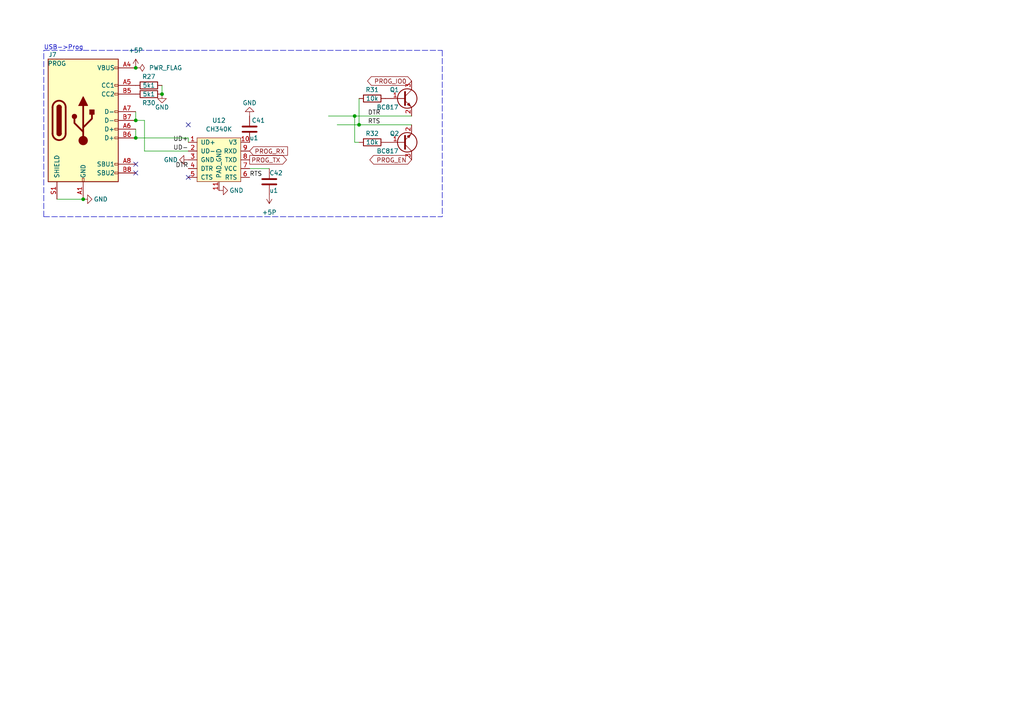
<source format=kicad_sch>
(kicad_sch (version 20211123) (generator eeschema)
  (paper "A4")
  (lib_symbols
    (symbol "Connector:USB_C_Receptacle_USB2.0" (pin_names (offset 1.016))
      (property "Reference" "J" (at -10.16 19.05 0))
      (property "Value" "USB_C_Receptacle_USB2.0" (at 19.05 19.05 0))
      (symbol "USB_C_Receptacle_USB2.0_0_0"
        (rectangle (start -0.254 -17.78) (end 0.254 -16.764))
        (rectangle (start 10.16 -14.986) (end 9.144 -15.494))
        (rectangle (start 10.16 -12.446) (end 9.144 -12.954))
        (rectangle (start 10.16 -4.826) (end 9.144 -5.334))
        (rectangle (start 10.16 -2.286) (end 9.144 -2.794))
        (rectangle (start 10.16 0.254) (end 9.144 -0.254))
        (rectangle (start 10.16 2.794) (end 9.144 2.286))
        (rectangle (start 10.16 7.874) (end 9.144 7.366))
        (rectangle (start 10.16 10.414) (end 9.144 9.906))
        (rectangle (start 10.16 15.494) (end 9.144 14.986))
      )
      (symbol "USB_C_Receptacle_USB2.0_0_1"
        (rectangle (start -10.16 17.78) (end 10.16 -17.78) (stroke (width 0.254)) (fill (type background)))
        (arc (start -8.89 -3.81) (mid -6.985 -5.715) (end -5.08 -3.81) (stroke (width 0.508)))
        (arc (start -7.62 -3.81) (mid -6.985 -4.445) (end -6.35 -3.81) (stroke (width 0.254)))
        (arc (start -7.62 -3.81) (mid -6.985 -4.445) (end -6.35 -3.81) (stroke (width 0.254)) (fill (type outline)))
        (rectangle (start -7.62 -3.81) (end -6.35 3.81) (stroke (width 0.254)) (fill (type outline)))
        (arc (start -6.35 3.81) (mid -6.985 4.445) (end -7.62 3.81) (stroke (width 0.254)))
        (arc (start -6.35 3.81) (mid -6.985 4.445) (end -7.62 3.81) (stroke (width 0.254)) (fill (type outline)))
        (arc (start -5.08 3.81) (mid -6.985 5.715) (end -8.89 3.81) (stroke (width 0.508)))
        (circle (center -2.54 1.143) (radius 0.635) (stroke (width 0.254)) (fill (type outline)))
        (circle (center 0 -5.842) (radius 1.27) (fill (type outline)))
        (polyline (pts (xy -8.89 -3.81) (xy -8.89 3.81)) (stroke (width 0.508)))
        (polyline (pts (xy -5.08 3.81) (xy -5.08 -3.81)) (stroke (width 0.508)))
        (polyline (pts (xy 0 -5.842) (xy 0 4.318)) (stroke (width 0.508)))
        (polyline (pts (xy 0 -3.302) (xy -2.54 -0.762) (xy -2.54 0.508)) (stroke (width 0.508)))
        (polyline (pts (xy 0 -2.032) (xy 2.54 0.508) (xy 2.54 1.778)) (stroke (width 0.508)))
        (polyline (pts (xy -1.27 4.318) (xy 0 6.858) (xy 1.27 4.318) (xy -1.27 4.318)) (stroke (width 0.254)) (fill (type outline)))
        (rectangle (start 1.905 1.778) (end 3.175 3.048) (stroke (width 0.254)) (fill (type outline)))
      )
      (symbol "USB_C_Receptacle_USB2.0_1_1"
        (pin passive line (at 0 -22.86 90) (length 5.08) (name "GND") (number "A1"))
        (pin passive line (at 0 -22.86 90) (length 5.08) hide (name "GND") (number "A12"))
        (pin passive line (at 15.24 15.24 180) (length 5.08) (name "VBUS") (number "A4"))
        (pin bidirectional line (at 15.24 10.16 180) (length 5.08) (name "CC1") (number "A5"))
        (pin bidirectional line (at 15.24 -2.54 180) (length 5.08) (name "D+") (number "A6"))
        (pin bidirectional line (at 15.24 2.54 180) (length 5.08) (name "D-") (number "A7"))
        (pin bidirectional line (at 15.24 -12.7 180) (length 5.08) (name "SBU1") (number "A8"))
        (pin passive line (at 15.24 15.24 180) (length 5.08) hide (name "VBUS") (number "A9"))
        (pin passive line (at 0 -22.86 90) (length 5.08) hide (name "GND") (number "B1"))
        (pin passive line (at 0 -22.86 90) (length 5.08) hide (name "GND") (number "B12"))
        (pin passive line (at 15.24 15.24 180) (length 5.08) hide (name "VBUS") (number "B4"))
        (pin bidirectional line (at 15.24 7.62 180) (length 5.08) (name "CC2") (number "B5"))
        (pin bidirectional line (at 15.24 -5.08 180) (length 5.08) (name "D+") (number "B6"))
        (pin bidirectional line (at 15.24 0 180) (length 5.08) (name "D-") (number "B7"))
        (pin bidirectional line (at 15.24 -15.24 180) (length 5.08) (name "SBU2") (number "B8"))
        (pin passive line (at 15.24 15.24 180) (length 5.08) hide (name "VBUS") (number "B9"))
        (pin passive line (at -7.62 -22.86 90) (length 5.08) (name "SHIELD") (number "S1"))
      )
    )
    (symbol "Device:C" (pin_numbers hide) (pin_names (offset 0.254))
      (property "Reference" "C" (at 0.635 2.54 0))
      (property "Value" "C" (at 0.635 -2.54 0))
      (symbol "C_0_1"
        (polyline (pts (xy -2.032 -0.762) (xy 2.032 -0.762)) (stroke (width 0.508)))
        (polyline (pts (xy -2.032 0.762) (xy 2.032 0.762)) (stroke (width 0.508)))
      )
      (symbol "C_1_1"
        (pin passive line (at 0 3.81 270) (length 2.794) (name "~") (number "1"))
        (pin passive line (at 0 -3.81 90) (length 2.794) (name "~") (number "2"))
      )
    )
    (symbol "Device:R" (pin_numbers hide) (pin_names (offset 0))
      (property "Reference" "R" (at 2.032 0 90))
      (property "Value" "R" (at 0 0 90))
      (symbol "R_0_1"
        (rectangle (start -1.016 -2.54) (end 1.016 2.54) (stroke (width 0.254)))
      )
      (symbol "R_1_1"
        (pin passive line (at 0 3.81 270) (length 1.27) (name "~") (number "1"))
        (pin passive line (at 0 -3.81 90) (length 1.27) (name "~") (number "2"))
      )
    )
    (symbol "Transistor_BJT:BC817" (pin_names (offset 0) hide)
      (property "Reference" "Q" (at 5.08 1.905 0))
      (property "Value" "BC817" (at 5.08 0 0))
      (symbol "BC817_0_1"
        (polyline (pts (xy 0.635 0.635) (xy 2.54 2.54)))
        (polyline (pts (xy 0.635 -0.635) (xy 2.54 -2.54) (xy 2.54 -2.54)))
        (polyline (pts (xy 0.635 1.905) (xy 0.635 -1.905) (xy 0.635 -1.905)) (stroke (width 0.508)))
        (polyline (pts (xy 1.27 -1.778) (xy 1.778 -1.27) (xy 2.286 -2.286) (xy 1.27 -1.778) (xy 1.27 -1.778)) (fill (type outline)))
        (circle (center 1.27 0) (radius 2.8194) (stroke (width 0.254)))
      )
      (symbol "BC817_1_1"
        (pin input line (at -5.08 0 0) (length 5.715) (name "B") (number "1"))
        (pin passive line (at 2.54 -5.08 90) (length 2.54) (name "E") (number "2"))
        (pin passive line (at 2.54 5.08 270) (length 2.54) (name "C") (number "3"))
      )
    )
    (symbol "liebler_SEMICONDUCTORS:CH340K" (pin_names (offset 1.016))
      (property "Reference" "U" (at -6.35 11.43 0))
      (property "Value" "CH340K" (at -6.35 8.89 0))
      (symbol "CH340K_0_1"
        (rectangle (start -6.35 7.62) (end 6.35 -5.08) (fill (type background)))
      )
      (symbol "CH340K_1_1"
        (pin bidirectional line (at -8.89 6.35 0) (length 2.54) (name "UD+") (number "1"))
        (pin power_out line (at 8.89 6.35 180) (length 2.54) (name "V3") (number "10"))
        (pin power_in line (at 0 -7.62 90) (length 2.54) (name "PAD_GND") (number "11"))
        (pin bidirectional line (at -8.89 3.81 0) (length 2.54) (name "UD-") (number "2"))
        (pin power_in line (at -8.89 1.27 0) (length 2.54) (name "GND") (number "3"))
        (pin output line (at -8.89 -1.27 0) (length 2.54) (name "DTR") (number "4"))
        (pin input line (at -8.89 -3.81 0) (length 2.54) (name "CTS") (number "5"))
        (pin unspecified line (at 8.89 -3.81 180) (length 2.54) (name "RTS") (number "6"))
        (pin power_in line (at 8.89 -1.27 180) (length 2.54) (name "VCC") (number "7"))
        (pin output line (at 8.89 1.27 180) (length 2.54) (name "TXD") (number "8"))
        (pin input line (at 8.89 3.81 180) (length 2.54) (name "RXD") (number "9"))
      )
    )
    (symbol "power:+5P" (power) (pin_names (offset 0))
      (property "Value" "+5P" (at 0 3.556 0))
      (symbol "+5P_0_1"
        (polyline (pts (xy -0.762 1.27) (xy 0 2.54)))
        (polyline (pts (xy 0 0) (xy 0 2.54)))
        (polyline (pts (xy 0 2.54) (xy 0.762 1.27)))
      )
      (symbol "+5P_1_1"
        (pin power_in line (at 0 0 90) (length 0) hide (name "+5P") (number "1"))
      )
    )
    (symbol "power:GND" (power) (pin_names (offset 0))
      (property "Value" "GND" (at 0 -3.81 0))
      (symbol "GND_0_1"
        (polyline (pts (xy 0 0) (xy 0 -1.27) (xy 1.27 -1.27) (xy 0 -2.54) (xy -1.27 -1.27) (xy 0 -1.27)))
      )
      (symbol "GND_1_1"
        (pin power_in line (at 0 0 270) (length 0) hide (name "GND") (number "1"))
      )
    )
    (symbol "power:PWR_FLAG" (power) (pin_numbers hide) (pin_names (offset 0) hide)
      (property "Value" "PWR_FLAG" (at 0 3.81 0))
      (symbol "PWR_FLAG_0_0"
        (pin power_out line (at 0 0 90) (length 0) (name "pwr") (number "1"))
      )
      (symbol "PWR_FLAG_0_1"
        (polyline (pts (xy 0 0) (xy 0 1.27) (xy -1.016 1.905) (xy 0 2.54) (xy 1.016 1.905) (xy 0 1.27)))
      )
    )
  )
  (junction (at 39.37 40.005))
  (junction (at 102.87 33.655))
  (junction (at 104.14 36.195))
  (junction (at 39.37 19.685))
  (junction (at 39.37 34.925))
  (junction (at 24.13 57.785))
  (junction (at 46.99 27.305))
  (no_connect (at 54.61 51.435))
  (no_connect (at 39.37 50.165))
  (no_connect (at 39.37 47.625))
  (no_connect (at 54.61 36.195))
  (wire (pts (xy 102.87 33.655) (xy 102.87 41.275)))
  (wire (pts (xy 72.39 48.895) (xy 78.105 48.895)))
  (polyline (pts (xy 12.7 62.865) (xy 12.7 14.605)))
  (wire (pts (xy 104.14 28.575) (xy 104.14 36.195)))
  (wire (pts (xy 39.37 40.005) (xy 54.61 40.005)))
  (wire (pts (xy 41.91 43.815) (xy 41.91 34.925)))
  (wire (pts (xy 16.51 57.785) (xy 24.13 57.785)))
  (wire (pts (xy 39.37 34.925) (xy 41.91 34.925)))
  (polyline (pts (xy 12.7 14.605) (xy 128.27 14.605)))
  (wire (pts (xy 97.79 36.195) (xy 104.14 36.195)))
  (wire (pts (xy 95.25 33.655) (xy 102.87 33.655)))
  (polyline (pts (xy 12.7 62.865) (xy 128.27 62.865)))
  (wire (pts (xy 39.37 32.385) (xy 39.37 34.925)))
  (wire (pts (xy 104.14 36.195) (xy 119.38 36.195)))
  (wire (pts (xy 54.61 40.005) (xy 54.61 41.275)))
  (wire (pts (xy 54.61 43.815) (xy 41.91 43.815)))
  (polyline (pts (xy 128.27 14.605) (xy 128.27 62.865)))
  (wire (pts (xy 39.37 40.005) (xy 39.37 37.465)))
  (wire (pts (xy 46.99 24.765) (xy 46.99 27.305)))
  (wire (pts (xy 102.87 33.655) (xy 119.38 33.655)))
  (wire (pts (xy 102.87 41.275) (xy 104.14 41.275)))
  (text "USB->Prog" (at 12.7 14.605 0) (effects (font (size 1.27 1.27)) (justify left bottom)))
  (label "UD-" (at 54.61 43.815 180))
  (label "UD+" (at 54.61 41.275 180))
  (label "DTR" (at 54.61 48.895 180))
  (label "RTS" (at 106.68 36.195 0))
  (label "RTS" (at 72.39 51.435 0))
  (label "DTR" (at 106.68 33.655 0))
  (global_label "PROG_IO0" (shape bidirectional) (at 119.38 23.495 180) (property "Intersheet References" "${INTERSHEET_REFS}" (effects hide)))
  (global_label "PROG_EN" (shape bidirectional) (at 119.38 46.355 180) (property "Intersheet References" "${INTERSHEET_REFS}" (effects hide)))
  (global_label "PROG_TX" (shape output) (at 72.39 46.355 0) (property "Intersheet References" "${INTERSHEET_REFS}" (effects hide)))
  (global_label "PROG_RX" (shape input) (at 72.39 43.815 0) (property "Intersheet References" "${INTERSHEET_REFS}" (effects hide)))
  (symbol (lib_id "Device:R") (at 107.95 41.275 270) (unit 1)
    (property "Reference" "R32" (at 107.95 38.735 90))
    (property "Value" "10k" (at 107.95 41.275 90))
    (property "Footprint" "Resistor_SMD:R_0402_1005Metric" (effects hide))
  )
  (symbol (lib_id "power:GND") (at 24.13 57.785 90) (unit 1)
    (property "Reference" "#PWR0138" (effects hide))
    (property "Value" "GND" (at 29.21 57.785 90))
  )
  (symbol (lib_id "Transistor_BJT:BC817") (at 116.84 41.275 0) (mirror x) (unit 1)
    (property "Reference" "Q2" (at 113.03 38.735 0) (effects (justify left)))
    (property "Value" "BC817" (at 109.22 43.815 0) (effects (justify left)))
    (property "Footprint" "liebler_SEMICONDUCTORS:SOT-23_smaller" (effects hide))
    (property "Datasheet" "https://www.onsemi.com/pub/Collateral/BC818-D.pdf" (effects hide))
  )
  (symbol (lib_id "power:GND") (at 72.39 33.655 180) (unit 1)
    (property "Reference" "#PWR0140" (effects hide))
    (property "Value" "GND" (at 72.39 29.845 0))
  )
  (symbol (lib_id "power:GND") (at 54.61 46.355 270) (unit 1)
    (property "Reference" "#PWR013" (effects hide))
    (property "Value" "GND" (at 49.53 46.355 90))
  )
  (symbol (lib_id "power:PWR_FLAG") (at 39.37 19.685 270) (unit 1)
    (property "Reference" "#FLG0105" (effects hide))
    (property "Value" "PWR_FLAG" (at 43.18 19.6849 90) (effects (justify left)))
  )
  (symbol (lib_id "power:GND") (at 63.5 55.245 90) (unit 1)
    (property "Reference" "#PWR0142" (effects hide))
    (property "Value" "GND" (at 68.58 55.245 90))
  )
  (symbol (lib_id "power:+5P") (at 39.37 19.685 0) (unit 1)
    (property "Reference" "#PWR0139" (effects hide))
    (property "Value" "+5P" (at 39.37 14.605 0))
  )
  (symbol (lib_id "power:GND") (at 46.99 27.305 0) (unit 1)
    (property "Reference" "#PWR0137" (effects hide))
    (property "Value" "GND" (at 46.99 31.115 0))
  )
  (symbol (lib_id "Device:C") (at 72.39 37.465 180) (unit 1)
    (property "Reference" "C41" (at 74.93 34.925 0))
    (property "Value" "u1" (at 73.66 40.005 0))
    (property "Footprint" "Capacitor_SMD:C_0402_1005Metric" (effects hide))
  )
  (symbol (lib_id "power:+5P") (at 78.105 56.515 180) (unit 1)
    (property "Reference" "#PWR0141" (effects hide))
    (property "Value" "+5P" (at 78.105 61.595 0))
  )
  (symbol (lib_id "Device:R") (at 43.18 24.765 270) (unit 1)
    (property "Reference" "R27" (at 43.18 22.225 90))
    (property "Value" "5k1" (at 43.18 24.765 90))
    (property "Footprint" "Resistor_SMD:R_0402_1005Metric" (effects hide))
  )
  (symbol (lib_id "Transistor_BJT:BC817") (at 116.84 28.575 0) (unit 1)
    (property "Reference" "Q1" (at 113.03 26.035 0) (effects (justify left)))
    (property "Value" "BC817" (at 109.22 31.115 0) (effects (justify left)))
    (property "Footprint" "liebler_SEMICONDUCTORS:SOT-23_smaller" (effects hide))
    (property "Datasheet" "https://www.onsemi.com/pub/Collateral/BC818-D.pdf" (effects hide))
  )
  (symbol (lib_id "Device:C") (at 78.105 52.705 180) (unit 1)
    (property "Reference" "C42" (at 78.105 50.165 0) (effects (justify right)))
    (property "Value" "u1" (at 78.105 55.245 0) (effects (justify right)))
    (property "Footprint" "Capacitor_SMD:C_0402_1005Metric" (effects hide))
  )
  (symbol (lib_id "liebler_SEMICONDUCTORS:CH340K") (at 63.5 47.625 0) (unit 1)
    (property "Reference" "U12" (at 63.5 34.925 0))
    (property "Value" "CH340K" (at 63.5 37.465 0))
    (property "Footprint" "liebler_SEMICONDUCTORS:SSOP-10_3.9x4.9mm_P1.00mm_EP" (effects hide))
  )
  (symbol (lib_id "Connector:USB_C_Receptacle_USB2.0") (at 24.13 34.925 0) (unit 1)
    (property "Reference" "J7" (at 15.24 15.875 0))
    (property "Value" "PROG" (at 16.51 18.415 0))
    (property "Footprint" "liebler_CONN:USB_C_Receptacle_HRO_TYPE-C-31-M-12_smaller" (effects hide))
    (property "Datasheet" "https://www.usb.org/sites/default/files/documents/usb_type-c.zip" (effects hide))
  )
  (symbol (lib_id "Device:R") (at 107.95 28.575 270) (unit 1)
    (property "Reference" "R31" (at 107.95 26.035 90))
    (property "Value" "10k" (at 107.95 28.575 90))
    (property "Footprint" "Resistor_SMD:R_0402_1005Metric" (effects hide))
  )
  (symbol (lib_id "Device:R") (at 43.18 27.305 270) (unit 1)
    (property "Reference" "R30" (at 43.18 29.845 90))
    (property "Value" "5k1" (at 43.18 27.305 90))
    (property "Footprint" "Resistor_SMD:R_0402_1005Metric" (effects hide))
  )
)
</source>
